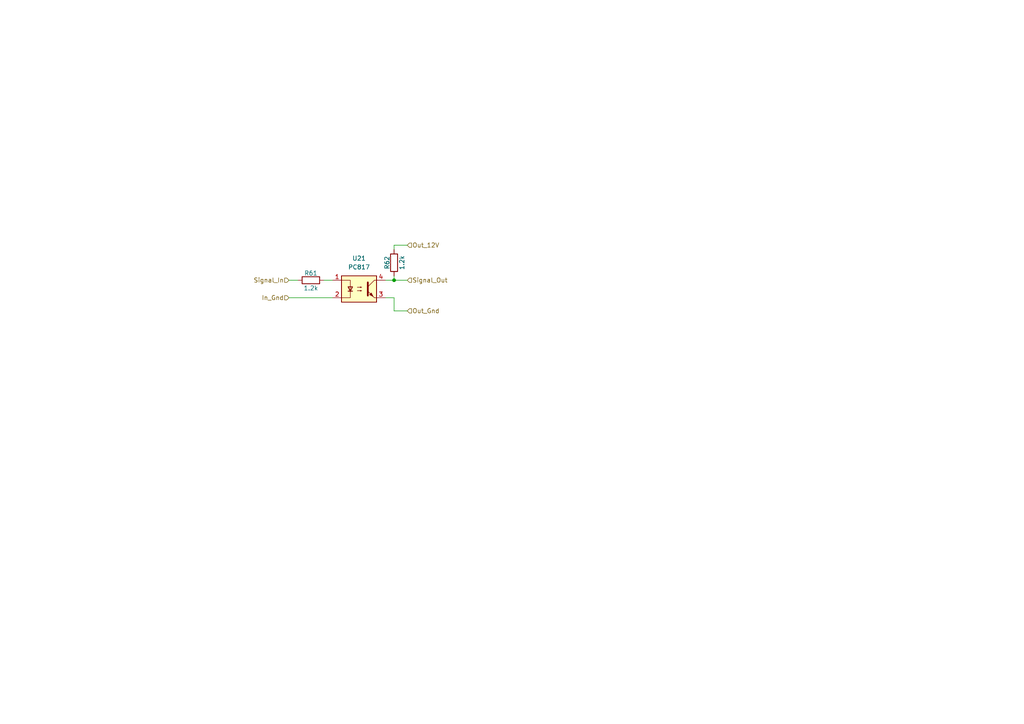
<source format=kicad_sch>
(kicad_sch
	(version 20250114)
	(generator "eeschema")
	(generator_version "9.0")
	(uuid "61fe4e92-0111-4f1d-8b91-3a9decd3913b")
	(paper "A4")
	(lib_symbols
		(symbol "Device:R"
			(pin_numbers
				(hide yes)
			)
			(pin_names
				(offset 0)
			)
			(exclude_from_sim no)
			(in_bom yes)
			(on_board yes)
			(property "Reference" "R"
				(at 2.032 0 90)
				(effects
					(font
						(size 1.27 1.27)
					)
				)
			)
			(property "Value" "R"
				(at 0 0 90)
				(effects
					(font
						(size 1.27 1.27)
					)
				)
			)
			(property "Footprint" ""
				(at -1.778 0 90)
				(effects
					(font
						(size 1.27 1.27)
					)
					(hide yes)
				)
			)
			(property "Datasheet" "~"
				(at 0 0 0)
				(effects
					(font
						(size 1.27 1.27)
					)
					(hide yes)
				)
			)
			(property "Description" "Resistor"
				(at 0 0 0)
				(effects
					(font
						(size 1.27 1.27)
					)
					(hide yes)
				)
			)
			(property "ki_keywords" "R res resistor"
				(at 0 0 0)
				(effects
					(font
						(size 1.27 1.27)
					)
					(hide yes)
				)
			)
			(property "ki_fp_filters" "R_*"
				(at 0 0 0)
				(effects
					(font
						(size 1.27 1.27)
					)
					(hide yes)
				)
			)
			(symbol "R_0_1"
				(rectangle
					(start -1.016 -2.54)
					(end 1.016 2.54)
					(stroke
						(width 0.254)
						(type default)
					)
					(fill
						(type none)
					)
				)
			)
			(symbol "R_1_1"
				(pin passive line
					(at 0 3.81 270)
					(length 1.27)
					(name "~"
						(effects
							(font
								(size 1.27 1.27)
							)
						)
					)
					(number "1"
						(effects
							(font
								(size 1.27 1.27)
							)
						)
					)
				)
				(pin passive line
					(at 0 -3.81 90)
					(length 1.27)
					(name "~"
						(effects
							(font
								(size 1.27 1.27)
							)
						)
					)
					(number "2"
						(effects
							(font
								(size 1.27 1.27)
							)
						)
					)
				)
			)
			(embedded_fonts no)
		)
		(symbol "Isolator:PC817"
			(pin_names
				(offset 1.016)
			)
			(exclude_from_sim no)
			(in_bom yes)
			(on_board yes)
			(property "Reference" "U"
				(at -5.08 5.08 0)
				(effects
					(font
						(size 1.27 1.27)
					)
					(justify left)
				)
			)
			(property "Value" "PC817"
				(at 0 5.08 0)
				(effects
					(font
						(size 1.27 1.27)
					)
					(justify left)
				)
			)
			(property "Footprint" "Package_DIP:DIP-4_W7.62mm"
				(at -5.08 -5.08 0)
				(effects
					(font
						(size 1.27 1.27)
						(italic yes)
					)
					(justify left)
					(hide yes)
				)
			)
			(property "Datasheet" "http://www.soselectronic.cz/a_info/resource/d/pc817.pdf"
				(at 0 0 0)
				(effects
					(font
						(size 1.27 1.27)
					)
					(justify left)
					(hide yes)
				)
			)
			(property "Description" "DC Optocoupler, Vce 35V, CTR 50-300%, DIP-4"
				(at 0 0 0)
				(effects
					(font
						(size 1.27 1.27)
					)
					(hide yes)
				)
			)
			(property "ki_keywords" "NPN DC Optocoupler"
				(at 0 0 0)
				(effects
					(font
						(size 1.27 1.27)
					)
					(hide yes)
				)
			)
			(property "ki_fp_filters" "DIP*W7.62mm*"
				(at 0 0 0)
				(effects
					(font
						(size 1.27 1.27)
					)
					(hide yes)
				)
			)
			(symbol "PC817_0_1"
				(rectangle
					(start -5.08 3.81)
					(end 5.08 -3.81)
					(stroke
						(width 0.254)
						(type default)
					)
					(fill
						(type background)
					)
				)
				(polyline
					(pts
						(xy -5.08 2.54) (xy -2.54 2.54) (xy -2.54 -0.635)
					)
					(stroke
						(width 0)
						(type default)
					)
					(fill
						(type none)
					)
				)
				(polyline
					(pts
						(xy -3.175 -0.635) (xy -1.905 -0.635)
					)
					(stroke
						(width 0.254)
						(type default)
					)
					(fill
						(type none)
					)
				)
				(polyline
					(pts
						(xy -2.54 -0.635) (xy -2.54 -2.54) (xy -5.08 -2.54)
					)
					(stroke
						(width 0)
						(type default)
					)
					(fill
						(type none)
					)
				)
				(polyline
					(pts
						(xy -2.54 -0.635) (xy -3.175 0.635) (xy -1.905 0.635) (xy -2.54 -0.635)
					)
					(stroke
						(width 0.254)
						(type default)
					)
					(fill
						(type none)
					)
				)
				(polyline
					(pts
						(xy -0.508 0.508) (xy 0.762 0.508) (xy 0.381 0.381) (xy 0.381 0.635) (xy 0.762 0.508)
					)
					(stroke
						(width 0)
						(type default)
					)
					(fill
						(type none)
					)
				)
				(polyline
					(pts
						(xy -0.508 -0.508) (xy 0.762 -0.508) (xy 0.381 -0.635) (xy 0.381 -0.381) (xy 0.762 -0.508)
					)
					(stroke
						(width 0)
						(type default)
					)
					(fill
						(type none)
					)
				)
				(polyline
					(pts
						(xy 2.54 1.905) (xy 2.54 -1.905)
					)
					(stroke
						(width 0.508)
						(type default)
					)
					(fill
						(type none)
					)
				)
				(polyline
					(pts
						(xy 2.54 0.635) (xy 4.445 2.54)
					)
					(stroke
						(width 0)
						(type default)
					)
					(fill
						(type none)
					)
				)
				(polyline
					(pts
						(xy 3.048 -1.651) (xy 3.556 -1.143) (xy 4.064 -2.159) (xy 3.048 -1.651)
					)
					(stroke
						(width 0)
						(type default)
					)
					(fill
						(type outline)
					)
				)
				(polyline
					(pts
						(xy 4.445 2.54) (xy 5.08 2.54)
					)
					(stroke
						(width 0)
						(type default)
					)
					(fill
						(type none)
					)
				)
				(polyline
					(pts
						(xy 4.445 -2.54) (xy 2.54 -0.635)
					)
					(stroke
						(width 0)
						(type default)
					)
					(fill
						(type outline)
					)
				)
				(polyline
					(pts
						(xy 4.445 -2.54) (xy 5.08 -2.54)
					)
					(stroke
						(width 0)
						(type default)
					)
					(fill
						(type none)
					)
				)
			)
			(symbol "PC817_1_1"
				(pin passive line
					(at -7.62 2.54 0)
					(length 2.54)
					(name "~"
						(effects
							(font
								(size 1.27 1.27)
							)
						)
					)
					(number "1"
						(effects
							(font
								(size 1.27 1.27)
							)
						)
					)
				)
				(pin passive line
					(at -7.62 -2.54 0)
					(length 2.54)
					(name "~"
						(effects
							(font
								(size 1.27 1.27)
							)
						)
					)
					(number "2"
						(effects
							(font
								(size 1.27 1.27)
							)
						)
					)
				)
				(pin passive line
					(at 7.62 2.54 180)
					(length 2.54)
					(name "~"
						(effects
							(font
								(size 1.27 1.27)
							)
						)
					)
					(number "4"
						(effects
							(font
								(size 1.27 1.27)
							)
						)
					)
				)
				(pin passive line
					(at 7.62 -2.54 180)
					(length 2.54)
					(name "~"
						(effects
							(font
								(size 1.27 1.27)
							)
						)
					)
					(number "3"
						(effects
							(font
								(size 1.27 1.27)
							)
						)
					)
				)
			)
			(embedded_fonts no)
		)
	)
	(junction
		(at 114.3 81.28)
		(diameter 0)
		(color 0 0 0 0)
		(uuid "ed318701-8203-46e5-af4f-047db7babf4e")
	)
	(wire
		(pts
			(xy 83.82 81.28) (xy 86.36 81.28)
		)
		(stroke
			(width 0)
			(type default)
		)
		(uuid "07869bd0-a7a0-4046-82cc-a25285403457")
	)
	(wire
		(pts
			(xy 114.3 81.28) (xy 111.76 81.28)
		)
		(stroke
			(width 0)
			(type default)
		)
		(uuid "0b2037e0-6a4f-4f14-9ac4-08a59aa11b96")
	)
	(wire
		(pts
			(xy 114.3 86.36) (xy 114.3 90.17)
		)
		(stroke
			(width 0)
			(type default)
		)
		(uuid "367f0e5e-8d28-48d7-b3d3-680ce43b3117")
	)
	(wire
		(pts
			(xy 114.3 71.12) (xy 114.3 72.39)
		)
		(stroke
			(width 0)
			(type default)
		)
		(uuid "453bb199-65dc-4f6e-ba05-985026ae0ab0")
	)
	(wire
		(pts
			(xy 114.3 80.01) (xy 114.3 81.28)
		)
		(stroke
			(width 0)
			(type default)
		)
		(uuid "4a2f6d1e-3e14-4214-875c-26f8a7d9c693")
	)
	(wire
		(pts
			(xy 118.11 71.12) (xy 114.3 71.12)
		)
		(stroke
			(width 0)
			(type default)
		)
		(uuid "5a0bd244-5e28-4eab-8703-eb6c9da3b9a2")
	)
	(wire
		(pts
			(xy 111.76 86.36) (xy 114.3 86.36)
		)
		(stroke
			(width 0)
			(type default)
		)
		(uuid "6893dbc2-b234-40c8-a0c3-bc4d96151517")
	)
	(wire
		(pts
			(xy 114.3 81.28) (xy 118.11 81.28)
		)
		(stroke
			(width 0)
			(type default)
		)
		(uuid "731e6cac-5677-4791-aceb-8c22b75e1bb6")
	)
	(wire
		(pts
			(xy 83.82 86.36) (xy 96.52 86.36)
		)
		(stroke
			(width 0)
			(type default)
		)
		(uuid "76259831-b119-47dd-bcfe-4553f1214e9a")
	)
	(wire
		(pts
			(xy 114.3 90.17) (xy 118.11 90.17)
		)
		(stroke
			(width 0)
			(type default)
		)
		(uuid "77fcec69-9cc2-49a5-a0f5-e1e2924792d3")
	)
	(wire
		(pts
			(xy 93.98 81.28) (xy 96.52 81.28)
		)
		(stroke
			(width 0)
			(type default)
		)
		(uuid "8d21d871-9a64-4213-93b5-82841d9c2877")
	)
	(hierarchical_label "Out_12V"
		(shape input)
		(at 118.11 71.12 0)
		(effects
			(font
				(size 1.27 1.27)
			)
			(justify left)
		)
		(uuid "2ea729e8-dfc7-4d80-9766-a22dd622211e")
	)
	(hierarchical_label "In_Gnd"
		(shape input)
		(at 83.82 86.36 180)
		(effects
			(font
				(size 1.27 1.27)
			)
			(justify right)
		)
		(uuid "36e79a95-1834-4c90-9bd6-43f29e58ed7f")
	)
	(hierarchical_label "Out_Gnd"
		(shape input)
		(at 118.11 90.17 0)
		(effects
			(font
				(size 1.27 1.27)
			)
			(justify left)
		)
		(uuid "9a598f6e-f18e-404a-b8b8-ec505917ee23")
	)
	(hierarchical_label "Signal_Out"
		(shape input)
		(at 118.11 81.28 0)
		(effects
			(font
				(size 1.27 1.27)
			)
			(justify left)
		)
		(uuid "e4a86596-038c-4443-9a2f-79e5550e3121")
	)
	(hierarchical_label "Signal_In"
		(shape input)
		(at 83.82 81.28 180)
		(effects
			(font
				(size 1.27 1.27)
			)
			(justify right)
		)
		(uuid "fb03de16-0f39-4212-b961-e6e1942aaa25")
	)
	(symbol
		(lib_id "Device:R")
		(at 114.3 76.2 180)
		(unit 1)
		(exclude_from_sim no)
		(in_bom yes)
		(on_board yes)
		(dnp no)
		(uuid "045c2d93-675b-4480-a1a5-adacf039d79d")
		(property "Reference" "R62"
			(at 112.268 76.2 90)
			(effects
				(font
					(size 1.27 1.27)
				)
			)
		)
		(property "Value" "1.2k"
			(at 116.586 76.2 90)
			(effects
				(font
					(size 1.27 1.27)
				)
			)
		)
		(property "Footprint" "Resistor_SMD:R_0603_1608Metric_Pad0.98x0.95mm_HandSolder"
			(at 116.078 76.2 90)
			(effects
				(font
					(size 1.27 1.27)
				)
				(hide yes)
			)
		)
		(property "Datasheet" "~"
			(at 114.3 76.2 0)
			(effects
				(font
					(size 1.27 1.27)
				)
				(hide yes)
			)
		)
		(property "Description" "Resistor"
			(at 114.3 76.2 0)
			(effects
				(font
					(size 1.27 1.27)
				)
				(hide yes)
			)
		)
		(pin "1"
			(uuid "b6a29467-3e34-40bb-b3e5-35553f035c6e")
		)
		(pin "2"
			(uuid "7155bd94-46a9-46d2-b6d0-808b3a127b45")
		)
		(instances
			(project "VFD_V1"
				(path "/e60c11d9-ab9e-4760-a4a7-008fcec65a72/fc30a5fb-ff38-4397-8c78-21712589d910/15d84fde-48a5-471f-8aa3-e7a3fbba29f1"
					(reference "R62")
					(unit 1)
				)
			)
		)
	)
	(symbol
		(lib_id "Device:R")
		(at 90.17 81.28 90)
		(unit 1)
		(exclude_from_sim no)
		(in_bom yes)
		(on_board yes)
		(dnp no)
		(uuid "1098428c-cc0c-480c-a4e0-53a7ae4ed420")
		(property "Reference" "R61"
			(at 90.17 79.248 90)
			(effects
				(font
					(size 1.27 1.27)
				)
			)
		)
		(property "Value" "1.2k"
			(at 90.17 83.566 90)
			(effects
				(font
					(size 1.27 1.27)
				)
			)
		)
		(property "Footprint" "Resistor_SMD:R_0603_1608Metric_Pad0.98x0.95mm_HandSolder"
			(at 90.17 83.058 90)
			(effects
				(font
					(size 1.27 1.27)
				)
				(hide yes)
			)
		)
		(property "Datasheet" "~"
			(at 90.17 81.28 0)
			(effects
				(font
					(size 1.27 1.27)
				)
				(hide yes)
			)
		)
		(property "Description" "Resistor"
			(at 90.17 81.28 0)
			(effects
				(font
					(size 1.27 1.27)
				)
				(hide yes)
			)
		)
		(pin "1"
			(uuid "776adb4e-91c6-4296-aba9-ee9858441f25")
		)
		(pin "2"
			(uuid "9e1e7853-7e26-4117-a0a5-ebebab1f1720")
		)
		(instances
			(project "VFD_V1"
				(path "/e60c11d9-ab9e-4760-a4a7-008fcec65a72/fc30a5fb-ff38-4397-8c78-21712589d910/15d84fde-48a5-471f-8aa3-e7a3fbba29f1"
					(reference "R61")
					(unit 1)
				)
			)
		)
	)
	(symbol
		(lib_id "Isolator:PC817")
		(at 104.14 83.82 0)
		(unit 1)
		(exclude_from_sim no)
		(in_bom yes)
		(on_board yes)
		(dnp no)
		(fields_autoplaced yes)
		(uuid "6d9d36bf-f26f-4b1c-a38e-6b363ccf66f6")
		(property "Reference" "U21"
			(at 104.14 74.93 0)
			(effects
				(font
					(size 1.27 1.27)
				)
			)
		)
		(property "Value" "PC817"
			(at 104.14 77.47 0)
			(effects
				(font
					(size 1.27 1.27)
				)
			)
		)
		(property "Footprint" "Package_DIP:DIP-4_W7.62mm_SMDSocket_SmallPads"
			(at 99.06 88.9 0)
			(effects
				(font
					(size 1.27 1.27)
					(italic yes)
				)
				(justify left)
				(hide yes)
			)
		)
		(property "Datasheet" "http://www.soselectronic.cz/a_info/resource/d/pc817.pdf"
			(at 104.14 83.82 0)
			(effects
				(font
					(size 1.27 1.27)
				)
				(justify left)
				(hide yes)
			)
		)
		(property "Description" "DC Optocoupler, Vce 35V, CTR 50-300%, DIP-4"
			(at 104.14 83.82 0)
			(effects
				(font
					(size 1.27 1.27)
				)
				(hide yes)
			)
		)
		(pin "2"
			(uuid "3eb229dd-2d54-4eea-a455-2673ee947e9a")
		)
		(pin "3"
			(uuid "de9a1059-a747-4d14-a16a-99226d0baf63")
		)
		(pin "4"
			(uuid "abb14c84-7a92-4f4b-aee2-e9b9d8a933cc")
		)
		(pin "1"
			(uuid "482b8ca1-225e-4951-9cc0-9561161c5bc1")
		)
		(instances
			(project ""
				(path "/e60c11d9-ab9e-4760-a4a7-008fcec65a72/fc30a5fb-ff38-4397-8c78-21712589d910/15d84fde-48a5-471f-8aa3-e7a3fbba29f1"
					(reference "U21")
					(unit 1)
				)
			)
		)
	)
)

</source>
